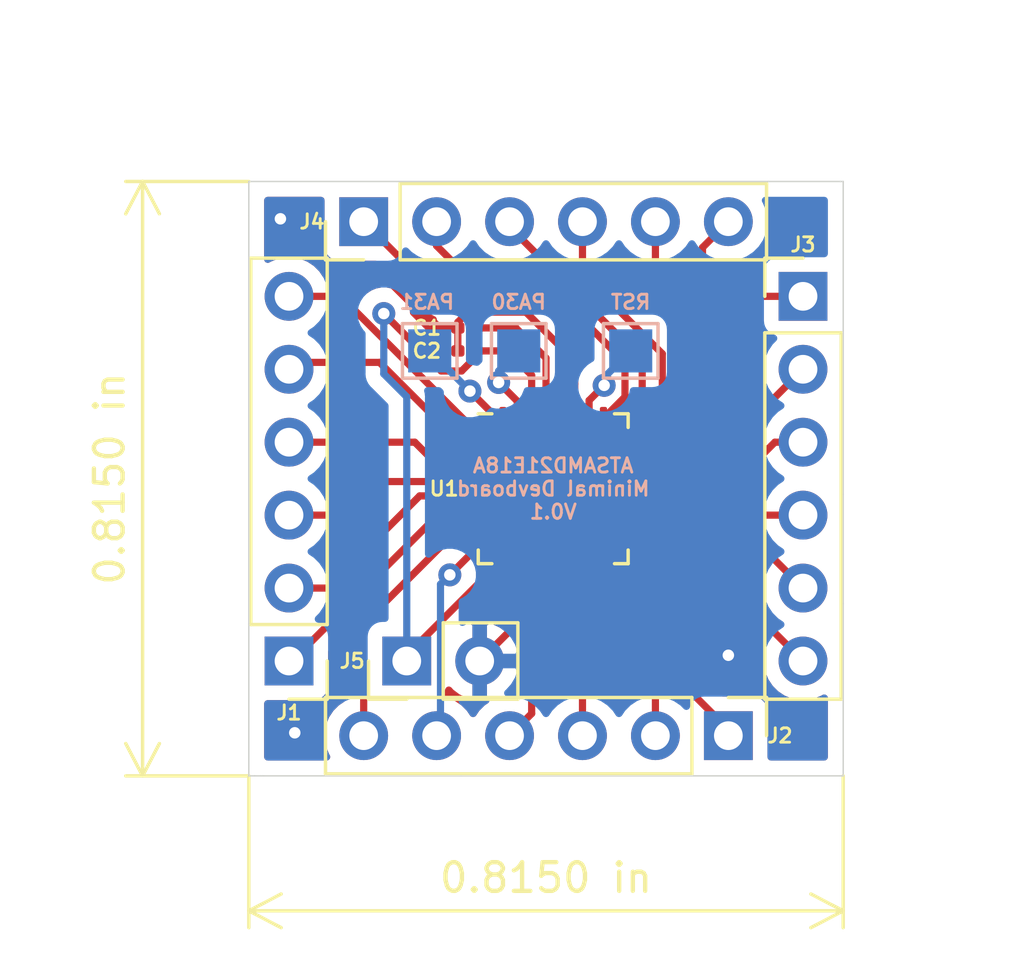
<source format=kicad_pcb>
(kicad_pcb (version 20171130) (host pcbnew "(5.1.9)-1")

  (general
    (thickness 1.6)
    (drawings 22)
    (tracks 143)
    (zones 0)
    (modules 11)
    (nets 32)
  )

  (page A4)
  (layers
    (0 F.Cu signal)
    (31 B.Cu signal)
    (32 B.Adhes user)
    (33 F.Adhes user)
    (34 B.Paste user)
    (35 F.Paste user)
    (36 B.SilkS user)
    (37 F.SilkS user)
    (38 B.Mask user)
    (39 F.Mask user)
    (40 Dwgs.User user)
    (41 Cmts.User user)
    (42 Eco1.User user)
    (43 Eco2.User user)
    (44 Edge.Cuts user)
    (45 Margin user)
    (46 B.CrtYd user)
    (47 F.CrtYd user)
    (48 B.Fab user)
    (49 F.Fab user)
  )

  (setup
    (last_trace_width 0.25)
    (trace_clearance 0.2)
    (zone_clearance 0.508)
    (zone_45_only no)
    (trace_min 0.2)
    (via_size 0.8)
    (via_drill 0.4)
    (via_min_size 0.4)
    (via_min_drill 0.3)
    (uvia_size 0.3)
    (uvia_drill 0.1)
    (uvias_allowed no)
    (uvia_min_size 0.2)
    (uvia_min_drill 0.1)
    (edge_width 0.05)
    (segment_width 0.2)
    (pcb_text_width 0.3)
    (pcb_text_size 1.5 1.5)
    (mod_edge_width 0.12)
    (mod_text_size 1 1)
    (mod_text_width 0.15)
    (pad_size 1.524 1.524)
    (pad_drill 0.762)
    (pad_to_mask_clearance 0)
    (aux_axis_origin 0 0)
    (visible_elements FFFFFF7F)
    (pcbplotparams
      (layerselection 0x010fc_ffffffff)
      (usegerberextensions false)
      (usegerberattributes true)
      (usegerberadvancedattributes true)
      (creategerberjobfile true)
      (excludeedgelayer true)
      (linewidth 0.100000)
      (plotframeref false)
      (viasonmask false)
      (mode 1)
      (useauxorigin false)
      (hpglpennumber 1)
      (hpglpenspeed 20)
      (hpglpendiameter 15.000000)
      (psnegative false)
      (psa4output false)
      (plotreference true)
      (plotvalue true)
      (plotinvisibletext false)
      (padsonsilk false)
      (subtractmaskfromsilk false)
      (outputformat 1)
      (mirror false)
      (drillshape 1)
      (scaleselection 1)
      (outputdirectory ""))
  )

  (net 0 "")
  (net 1 "Net-(C1-Pad2)")
  (net 2 GND)
  (net 3 +3V3)
  (net 4 "Net-(J1-Pad6)")
  (net 5 "Net-(J1-Pad5)")
  (net 6 "Net-(J1-Pad4)")
  (net 7 "Net-(J1-Pad3)")
  (net 8 "Net-(J1-Pad2)")
  (net 9 "Net-(J1-Pad1)")
  (net 10 "Net-(J2-Pad6)")
  (net 11 "Net-(J2-Pad5)")
  (net 12 "Net-(J2-Pad4)")
  (net 13 "Net-(J2-Pad3)")
  (net 14 "Net-(J2-Pad2)")
  (net 15 "Net-(J2-Pad1)")
  (net 16 "Net-(J3-Pad6)")
  (net 17 "Net-(J3-Pad5)")
  (net 18 "Net-(J3-Pad4)")
  (net 19 "Net-(J3-Pad3)")
  (net 20 "Net-(J3-Pad2)")
  (net 21 "Net-(J3-Pad1)")
  (net 22 "Net-(J4-Pad6)")
  (net 23 "Net-(J4-Pad5)")
  (net 24 "Net-(J4-Pad4)")
  (net 25 "Net-(J4-Pad3)")
  (net 26 "Net-(J4-Pad2)")
  (net 27 "Net-(J4-Pad1)")
  (net 28 "Net-(TP1-Pad1)")
  (net 29 "Net-(TP2-Pad1)")
  (net 30 "Net-(TP3-Pad1)")
  (net 31 "Net-(U1-Pad33)")

  (net_class Default "This is the default net class."
    (clearance 0.2)
    (trace_width 0.25)
    (via_dia 0.8)
    (via_drill 0.4)
    (uvia_dia 0.3)
    (uvia_drill 0.1)
    (add_net +3V3)
    (add_net GND)
    (add_net "Net-(C1-Pad2)")
    (add_net "Net-(J1-Pad1)")
    (add_net "Net-(J1-Pad2)")
    (add_net "Net-(J1-Pad3)")
    (add_net "Net-(J1-Pad4)")
    (add_net "Net-(J1-Pad5)")
    (add_net "Net-(J1-Pad6)")
    (add_net "Net-(J2-Pad1)")
    (add_net "Net-(J2-Pad2)")
    (add_net "Net-(J2-Pad3)")
    (add_net "Net-(J2-Pad4)")
    (add_net "Net-(J2-Pad5)")
    (add_net "Net-(J2-Pad6)")
    (add_net "Net-(J3-Pad1)")
    (add_net "Net-(J3-Pad2)")
    (add_net "Net-(J3-Pad3)")
    (add_net "Net-(J3-Pad4)")
    (add_net "Net-(J3-Pad5)")
    (add_net "Net-(J3-Pad6)")
    (add_net "Net-(J4-Pad1)")
    (add_net "Net-(J4-Pad2)")
    (add_net "Net-(J4-Pad3)")
    (add_net "Net-(J4-Pad4)")
    (add_net "Net-(J4-Pad5)")
    (add_net "Net-(J4-Pad6)")
    (add_net "Net-(TP1-Pad1)")
    (add_net "Net-(TP2-Pad1)")
    (add_net "Net-(TP3-Pad1)")
    (add_net "Net-(U1-Pad33)")
  )

  (module Connector_PinHeader_2.54mm:PinHeader_1x02_P2.54mm_Vertical (layer F.Cu) (tedit 59FED5CC) (tstamp 607C7399)
    (at 65.4 84.7 90)
    (descr "Through hole straight pin header, 1x02, 2.54mm pitch, single row")
    (tags "Through hole pin header THT 1x02 2.54mm single row")
    (path /608030E0)
    (fp_text reference J5 (at 0 -1.9 180) (layer F.SilkS)
      (effects (font (size 0.5 0.5) (thickness 0.1)))
    )
    (fp_text value Conn_01x02_Female (at 0 4.87 90) (layer F.Fab)
      (effects (font (size 1 1) (thickness 0.15)))
    )
    (fp_text user %R (at 0 1.27) (layer F.Fab)
      (effects (font (size 1 1) (thickness 0.15)))
    )
    (fp_line (start -0.635 -1.27) (end 1.27 -1.27) (layer F.Fab) (width 0.1))
    (fp_line (start 1.27 -1.27) (end 1.27 3.81) (layer F.Fab) (width 0.1))
    (fp_line (start 1.27 3.81) (end -1.27 3.81) (layer F.Fab) (width 0.1))
    (fp_line (start -1.27 3.81) (end -1.27 -0.635) (layer F.Fab) (width 0.1))
    (fp_line (start -1.27 -0.635) (end -0.635 -1.27) (layer F.Fab) (width 0.1))
    (fp_line (start -1.33 3.87) (end 1.33 3.87) (layer F.SilkS) (width 0.12))
    (fp_line (start -1.33 1.27) (end -1.33 3.87) (layer F.SilkS) (width 0.12))
    (fp_line (start 1.33 1.27) (end 1.33 3.87) (layer F.SilkS) (width 0.12))
    (fp_line (start -1.33 1.27) (end 1.33 1.27) (layer F.SilkS) (width 0.12))
    (fp_line (start -1.33 0) (end -1.33 -1.33) (layer F.SilkS) (width 0.12))
    (fp_line (start -1.33 -1.33) (end 0 -1.33) (layer F.SilkS) (width 0.12))
    (fp_line (start -1.8 -1.8) (end -1.8 4.35) (layer F.CrtYd) (width 0.05))
    (fp_line (start -1.8 4.35) (end 1.8 4.35) (layer F.CrtYd) (width 0.05))
    (fp_line (start 1.8 4.35) (end 1.8 -1.8) (layer F.CrtYd) (width 0.05))
    (fp_line (start 1.8 -1.8) (end -1.8 -1.8) (layer F.CrtYd) (width 0.05))
    (pad 2 thru_hole oval (at 0 2.54 90) (size 1.7 1.7) (drill 1) (layers *.Cu *.Mask)
      (net 2 GND))
    (pad 1 thru_hole rect (at 0 0 90) (size 1.7 1.7) (drill 1) (layers *.Cu *.Mask)
      (net 3 +3V3))
    (model ${KISYS3DMOD}/Connector_PinHeader_2.54mm.3dshapes/PinHeader_1x02_P2.54mm_Vertical.wrl
      (at (xyz 0 0 0))
      (scale (xyz 1 1 1))
      (rotate (xyz 0 0 0))
    )
  )

  (module Package_DFN_QFN:QFN-32-1EP_5x5mm_P0.5mm_EP3.6x3.6mm (layer F.Cu) (tedit 5DC5F6A4) (tstamp 607C7402)
    (at 70.5 78.7)
    (descr "QFN, 32 Pin (http://infocenter.nordicsemi.com/pdf/nRF52810_PS_v1.1.pdf#page=468), generated with kicad-footprint-generator ipc_noLead_generator.py")
    (tags "QFN NoLead")
    (path /607D98A7)
    (attr smd)
    (fp_text reference U1 (at -3.8 0) (layer F.SilkS)
      (effects (font (size 0.5 0.5) (thickness 0.1)))
    )
    (fp_text value ATSAMD21E18A-M (at 0 3.8) (layer F.Fab)
      (effects (font (size 1 1) (thickness 0.15)))
    )
    (fp_text user %R (at 0 0) (layer F.Fab)
      (effects (font (size 1 1) (thickness 0.15)))
    )
    (fp_line (start 2.135 -2.61) (end 2.61 -2.61) (layer F.SilkS) (width 0.12))
    (fp_line (start 2.61 -2.61) (end 2.61 -2.135) (layer F.SilkS) (width 0.12))
    (fp_line (start -2.135 2.61) (end -2.61 2.61) (layer F.SilkS) (width 0.12))
    (fp_line (start -2.61 2.61) (end -2.61 2.135) (layer F.SilkS) (width 0.12))
    (fp_line (start 2.135 2.61) (end 2.61 2.61) (layer F.SilkS) (width 0.12))
    (fp_line (start 2.61 2.61) (end 2.61 2.135) (layer F.SilkS) (width 0.12))
    (fp_line (start -2.135 -2.61) (end -2.61 -2.61) (layer F.SilkS) (width 0.12))
    (fp_line (start -1.5 -2.5) (end 2.5 -2.5) (layer F.Fab) (width 0.1))
    (fp_line (start 2.5 -2.5) (end 2.5 2.5) (layer F.Fab) (width 0.1))
    (fp_line (start 2.5 2.5) (end -2.5 2.5) (layer F.Fab) (width 0.1))
    (fp_line (start -2.5 2.5) (end -2.5 -1.5) (layer F.Fab) (width 0.1))
    (fp_line (start -2.5 -1.5) (end -1.5 -2.5) (layer F.Fab) (width 0.1))
    (fp_line (start -3.1 -3.1) (end -3.1 3.1) (layer F.CrtYd) (width 0.05))
    (fp_line (start -3.1 3.1) (end 3.1 3.1) (layer F.CrtYd) (width 0.05))
    (fp_line (start 3.1 3.1) (end 3.1 -3.1) (layer F.CrtYd) (width 0.05))
    (fp_line (start 3.1 -3.1) (end -3.1 -3.1) (layer F.CrtYd) (width 0.05))
    (pad "" smd roundrect (at 1.2 1.2) (size 0.97 0.97) (layers F.Paste) (roundrect_rratio 0.25))
    (pad "" smd roundrect (at 1.2 0) (size 0.97 0.97) (layers F.Paste) (roundrect_rratio 0.25))
    (pad "" smd roundrect (at 1.2 -1.2) (size 0.97 0.97) (layers F.Paste) (roundrect_rratio 0.25))
    (pad "" smd roundrect (at 0 1.2) (size 0.97 0.97) (layers F.Paste) (roundrect_rratio 0.25))
    (pad "" smd roundrect (at 0 0) (size 0.97 0.97) (layers F.Paste) (roundrect_rratio 0.25))
    (pad "" smd roundrect (at 0 -1.2) (size 0.97 0.97) (layers F.Paste) (roundrect_rratio 0.25))
    (pad "" smd roundrect (at -1.2 1.2) (size 0.97 0.97) (layers F.Paste) (roundrect_rratio 0.25))
    (pad "" smd roundrect (at -1.2 0) (size 0.97 0.97) (layers F.Paste) (roundrect_rratio 0.25))
    (pad "" smd roundrect (at -1.2 -1.2) (size 0.97 0.97) (layers F.Paste) (roundrect_rratio 0.25))
    (pad 33 smd rect (at 0 0) (size 3.6 3.6) (layers F.Cu F.Mask)
      (net 31 "Net-(U1-Pad33)"))
    (pad 32 smd roundrect (at -1.75 -2.45) (size 0.25 0.8) (layers F.Cu F.Paste F.Mask) (roundrect_rratio 0.25)
      (net 29 "Net-(TP2-Pad1)"))
    (pad 31 smd roundrect (at -1.25 -2.45) (size 0.25 0.8) (layers F.Cu F.Paste F.Mask) (roundrect_rratio 0.25)
      (net 28 "Net-(TP1-Pad1)"))
    (pad 30 smd roundrect (at -0.75 -2.45) (size 0.25 0.8) (layers F.Cu F.Paste F.Mask) (roundrect_rratio 0.25)
      (net 3 +3V3))
    (pad 29 smd roundrect (at -0.25 -2.45) (size 0.25 0.8) (layers F.Cu F.Paste F.Mask) (roundrect_rratio 0.25)
      (net 1 "Net-(C1-Pad2)"))
    (pad 28 smd roundrect (at 0.25 -2.45) (size 0.25 0.8) (layers F.Cu F.Paste F.Mask) (roundrect_rratio 0.25)
      (net 2 GND))
    (pad 27 smd roundrect (at 0.75 -2.45) (size 0.25 0.8) (layers F.Cu F.Paste F.Mask) (roundrect_rratio 0.25)
      (net 27 "Net-(J4-Pad1)"))
    (pad 26 smd roundrect (at 1.25 -2.45) (size 0.25 0.8) (layers F.Cu F.Paste F.Mask) (roundrect_rratio 0.25)
      (net 30 "Net-(TP3-Pad1)"))
    (pad 25 smd roundrect (at 1.75 -2.45) (size 0.25 0.8) (layers F.Cu F.Paste F.Mask) (roundrect_rratio 0.25)
      (net 26 "Net-(J4-Pad2)"))
    (pad 24 smd roundrect (at 2.45 -1.75) (size 0.8 0.25) (layers F.Cu F.Paste F.Mask) (roundrect_rratio 0.25)
      (net 25 "Net-(J4-Pad3)"))
    (pad 23 smd roundrect (at 2.45 -1.25) (size 0.8 0.25) (layers F.Cu F.Paste F.Mask) (roundrect_rratio 0.25)
      (net 24 "Net-(J4-Pad4)"))
    (pad 22 smd roundrect (at 2.45 -0.75) (size 0.8 0.25) (layers F.Cu F.Paste F.Mask) (roundrect_rratio 0.25)
      (net 23 "Net-(J4-Pad5)"))
    (pad 21 smd roundrect (at 2.45 -0.25) (size 0.8 0.25) (layers F.Cu F.Paste F.Mask) (roundrect_rratio 0.25)
      (net 22 "Net-(J4-Pad6)"))
    (pad 20 smd roundrect (at 2.45 0.25) (size 0.8 0.25) (layers F.Cu F.Paste F.Mask) (roundrect_rratio 0.25)
      (net 21 "Net-(J3-Pad1)"))
    (pad 19 smd roundrect (at 2.45 0.75) (size 0.8 0.25) (layers F.Cu F.Paste F.Mask) (roundrect_rratio 0.25)
      (net 20 "Net-(J3-Pad2)"))
    (pad 18 smd roundrect (at 2.45 1.25) (size 0.8 0.25) (layers F.Cu F.Paste F.Mask) (roundrect_rratio 0.25)
      (net 19 "Net-(J3-Pad3)"))
    (pad 17 smd roundrect (at 2.45 1.75) (size 0.8 0.25) (layers F.Cu F.Paste F.Mask) (roundrect_rratio 0.25)
      (net 18 "Net-(J3-Pad4)"))
    (pad 16 smd roundrect (at 1.75 2.45) (size 0.25 0.8) (layers F.Cu F.Paste F.Mask) (roundrect_rratio 0.25)
      (net 17 "Net-(J3-Pad5)"))
    (pad 15 smd roundrect (at 1.25 2.45) (size 0.25 0.8) (layers F.Cu F.Paste F.Mask) (roundrect_rratio 0.25)
      (net 16 "Net-(J3-Pad6)"))
    (pad 14 smd roundrect (at 0.75 2.45) (size 0.25 0.8) (layers F.Cu F.Paste F.Mask) (roundrect_rratio 0.25)
      (net 15 "Net-(J2-Pad1)"))
    (pad 13 smd roundrect (at 0.25 2.45) (size 0.25 0.8) (layers F.Cu F.Paste F.Mask) (roundrect_rratio 0.25)
      (net 14 "Net-(J2-Pad2)"))
    (pad 12 smd roundrect (at -0.25 2.45) (size 0.25 0.8) (layers F.Cu F.Paste F.Mask) (roundrect_rratio 0.25)
      (net 13 "Net-(J2-Pad3)"))
    (pad 11 smd roundrect (at -0.75 2.45) (size 0.25 0.8) (layers F.Cu F.Paste F.Mask) (roundrect_rratio 0.25)
      (net 12 "Net-(J2-Pad4)"))
    (pad 10 smd roundrect (at -1.25 2.45) (size 0.25 0.8) (layers F.Cu F.Paste F.Mask) (roundrect_rratio 0.25)
      (net 2 GND))
    (pad 9 smd roundrect (at -1.75 2.45) (size 0.25 0.8) (layers F.Cu F.Paste F.Mask) (roundrect_rratio 0.25)
      (net 3 +3V3))
    (pad 8 smd roundrect (at -2.45 1.75) (size 0.8 0.25) (layers F.Cu F.Paste F.Mask) (roundrect_rratio 0.25)
      (net 11 "Net-(J2-Pad5)"))
    (pad 7 smd roundrect (at -2.45 1.25) (size 0.8 0.25) (layers F.Cu F.Paste F.Mask) (roundrect_rratio 0.25)
      (net 10 "Net-(J2-Pad6)"))
    (pad 6 smd roundrect (at -2.45 0.75) (size 0.8 0.25) (layers F.Cu F.Paste F.Mask) (roundrect_rratio 0.25)
      (net 9 "Net-(J1-Pad1)"))
    (pad 5 smd roundrect (at -2.45 0.25) (size 0.8 0.25) (layers F.Cu F.Paste F.Mask) (roundrect_rratio 0.25)
      (net 8 "Net-(J1-Pad2)"))
    (pad 4 smd roundrect (at -2.45 -0.25) (size 0.8 0.25) (layers F.Cu F.Paste F.Mask) (roundrect_rratio 0.25)
      (net 7 "Net-(J1-Pad3)"))
    (pad 3 smd roundrect (at -2.45 -0.75) (size 0.8 0.25) (layers F.Cu F.Paste F.Mask) (roundrect_rratio 0.25)
      (net 6 "Net-(J1-Pad4)"))
    (pad 2 smd roundrect (at -2.45 -1.25) (size 0.8 0.25) (layers F.Cu F.Paste F.Mask) (roundrect_rratio 0.25)
      (net 5 "Net-(J1-Pad5)"))
    (pad 1 smd roundrect (at -2.45 -1.75) (size 0.8 0.25) (layers F.Cu F.Paste F.Mask) (roundrect_rratio 0.25)
      (net 4 "Net-(J1-Pad6)"))
    (model ${KISYS3DMOD}/Package_DFN_QFN.3dshapes/QFN-32-1EP_5x5mm_P0.5mm_EP3.6x3.6mm.wrl
      (at (xyz 0 0 0))
      (scale (xyz 1 1 1))
      (rotate (xyz 0 0 0))
    )
  )

  (module TestPoint:TestPoint_Pad_1.5x1.5mm (layer B.Cu) (tedit 5A0F774F) (tstamp 607C73C3)
    (at 73.2 73.9)
    (descr "SMD rectangular pad as test Point, square 1.5mm side length")
    (tags "test point SMD pad rectangle square")
    (path /607E3501)
    (attr virtual)
    (fp_text reference RST (at 0 -1.7) (layer B.SilkS)
      (effects (font (size 0.5 0.5) (thickness 0.1)) (justify mirror))
    )
    (fp_text value TestPoint (at 0 -1.75) (layer B.Fab)
      (effects (font (size 1 1) (thickness 0.15)) (justify mirror))
    )
    (fp_text user %R (at 0 1.65) (layer B.Fab)
      (effects (font (size 1 1) (thickness 0.15)) (justify mirror))
    )
    (fp_line (start -0.95 0.95) (end 0.95 0.95) (layer B.SilkS) (width 0.12))
    (fp_line (start 0.95 0.95) (end 0.95 -0.95) (layer B.SilkS) (width 0.12))
    (fp_line (start 0.95 -0.95) (end -0.95 -0.95) (layer B.SilkS) (width 0.12))
    (fp_line (start -0.95 -0.95) (end -0.95 0.95) (layer B.SilkS) (width 0.12))
    (fp_line (start -1.25 1.25) (end 1.25 1.25) (layer B.CrtYd) (width 0.05))
    (fp_line (start -1.25 1.25) (end -1.25 -1.25) (layer B.CrtYd) (width 0.05))
    (fp_line (start 1.25 -1.25) (end 1.25 1.25) (layer B.CrtYd) (width 0.05))
    (fp_line (start 1.25 -1.25) (end -1.25 -1.25) (layer B.CrtYd) (width 0.05))
    (pad 1 smd rect (at 0 0) (size 1.5 1.5) (layers B.Cu B.Mask)
      (net 30 "Net-(TP3-Pad1)"))
  )

  (module TestPoint:TestPoint_Pad_1.5x1.5mm (layer B.Cu) (tedit 5A0F774F) (tstamp 607C73B5)
    (at 66.2 73.9)
    (descr "SMD rectangular pad as test Point, square 1.5mm side length")
    (tags "test point SMD pad rectangle square")
    (path /607E50B2)
    (attr virtual)
    (fp_text reference PA31 (at -0.1 -1.7) (layer B.SilkS)
      (effects (font (size 0.5 0.5) (thickness 0.1)) (justify mirror))
    )
    (fp_text value TestPoint (at 0 -1.75) (layer B.Fab)
      (effects (font (size 1 1) (thickness 0.15)) (justify mirror))
    )
    (fp_text user %R (at 0 1.65) (layer B.Fab)
      (effects (font (size 1 1) (thickness 0.15)) (justify mirror))
    )
    (fp_line (start -0.95 0.95) (end 0.95 0.95) (layer B.SilkS) (width 0.12))
    (fp_line (start 0.95 0.95) (end 0.95 -0.95) (layer B.SilkS) (width 0.12))
    (fp_line (start 0.95 -0.95) (end -0.95 -0.95) (layer B.SilkS) (width 0.12))
    (fp_line (start -0.95 -0.95) (end -0.95 0.95) (layer B.SilkS) (width 0.12))
    (fp_line (start -1.25 1.25) (end 1.25 1.25) (layer B.CrtYd) (width 0.05))
    (fp_line (start -1.25 1.25) (end -1.25 -1.25) (layer B.CrtYd) (width 0.05))
    (fp_line (start 1.25 -1.25) (end 1.25 1.25) (layer B.CrtYd) (width 0.05))
    (fp_line (start 1.25 -1.25) (end -1.25 -1.25) (layer B.CrtYd) (width 0.05))
    (pad 1 smd rect (at 0 0) (size 1.5 1.5) (layers B.Cu B.Mask)
      (net 29 "Net-(TP2-Pad1)"))
  )

  (module TestPoint:TestPoint_Pad_1.5x1.5mm (layer B.Cu) (tedit 5A0F774F) (tstamp 607C73A7)
    (at 69.3 73.9)
    (descr "SMD rectangular pad as test Point, square 1.5mm side length")
    (tags "test point SMD pad rectangle square")
    (path /607E51FB)
    (attr virtual)
    (fp_text reference PA30 (at 0 -1.7) (layer B.SilkS)
      (effects (font (size 0.5 0.5) (thickness 0.1)) (justify mirror))
    )
    (fp_text value TestPoint (at 0 -1.75) (layer B.Fab)
      (effects (font (size 1 1) (thickness 0.15)) (justify mirror))
    )
    (fp_text user %R (at 0 1.65) (layer B.Fab)
      (effects (font (size 1 1) (thickness 0.15)) (justify mirror))
    )
    (fp_line (start -0.95 0.95) (end 0.95 0.95) (layer B.SilkS) (width 0.12))
    (fp_line (start 0.95 0.95) (end 0.95 -0.95) (layer B.SilkS) (width 0.12))
    (fp_line (start 0.95 -0.95) (end -0.95 -0.95) (layer B.SilkS) (width 0.12))
    (fp_line (start -0.95 -0.95) (end -0.95 0.95) (layer B.SilkS) (width 0.12))
    (fp_line (start -1.25 1.25) (end 1.25 1.25) (layer B.CrtYd) (width 0.05))
    (fp_line (start -1.25 1.25) (end -1.25 -1.25) (layer B.CrtYd) (width 0.05))
    (fp_line (start 1.25 -1.25) (end 1.25 1.25) (layer B.CrtYd) (width 0.05))
    (fp_line (start 1.25 -1.25) (end -1.25 -1.25) (layer B.CrtYd) (width 0.05))
    (pad 1 smd rect (at 0 0) (size 1.5 1.5) (layers B.Cu B.Mask)
      (net 28 "Net-(TP1-Pad1)"))
  )

  (module Connector_PinHeader_2.54mm:PinHeader_1x06_P2.54mm_Vertical (layer F.Cu) (tedit 59FED5CC) (tstamp 607C7383)
    (at 63.9 69.4 90)
    (descr "Through hole straight pin header, 1x06, 2.54mm pitch, single row")
    (tags "Through hole pin header THT 1x06 2.54mm single row")
    (path /607E9C34)
    (fp_text reference J4 (at 0 -1.8 180) (layer F.SilkS)
      (effects (font (size 0.5 0.5) (thickness 0.1)))
    )
    (fp_text value Conn_01x06_Female (at 0 15.03 90) (layer F.Fab)
      (effects (font (size 1 1) (thickness 0.15)))
    )
    (fp_text user %R (at 0 6.35) (layer F.Fab)
      (effects (font (size 1 1) (thickness 0.15)))
    )
    (fp_line (start -0.635 -1.27) (end 1.27 -1.27) (layer F.Fab) (width 0.1))
    (fp_line (start 1.27 -1.27) (end 1.27 13.97) (layer F.Fab) (width 0.1))
    (fp_line (start 1.27 13.97) (end -1.27 13.97) (layer F.Fab) (width 0.1))
    (fp_line (start -1.27 13.97) (end -1.27 -0.635) (layer F.Fab) (width 0.1))
    (fp_line (start -1.27 -0.635) (end -0.635 -1.27) (layer F.Fab) (width 0.1))
    (fp_line (start -1.33 14.03) (end 1.33 14.03) (layer F.SilkS) (width 0.12))
    (fp_line (start -1.33 1.27) (end -1.33 14.03) (layer F.SilkS) (width 0.12))
    (fp_line (start 1.33 1.27) (end 1.33 14.03) (layer F.SilkS) (width 0.12))
    (fp_line (start -1.33 1.27) (end 1.33 1.27) (layer F.SilkS) (width 0.12))
    (fp_line (start -1.33 0) (end -1.33 -1.33) (layer F.SilkS) (width 0.12))
    (fp_line (start -1.33 -1.33) (end 0 -1.33) (layer F.SilkS) (width 0.12))
    (fp_line (start -1.8 -1.8) (end -1.8 14.5) (layer F.CrtYd) (width 0.05))
    (fp_line (start -1.8 14.5) (end 1.8 14.5) (layer F.CrtYd) (width 0.05))
    (fp_line (start 1.8 14.5) (end 1.8 -1.8) (layer F.CrtYd) (width 0.05))
    (fp_line (start 1.8 -1.8) (end -1.8 -1.8) (layer F.CrtYd) (width 0.05))
    (pad 6 thru_hole oval (at 0 12.7 90) (size 1.7 1.7) (drill 1) (layers *.Cu *.Mask)
      (net 22 "Net-(J4-Pad6)"))
    (pad 5 thru_hole oval (at 0 10.16 90) (size 1.7 1.7) (drill 1) (layers *.Cu *.Mask)
      (net 23 "Net-(J4-Pad5)"))
    (pad 4 thru_hole oval (at 0 7.62 90) (size 1.7 1.7) (drill 1) (layers *.Cu *.Mask)
      (net 24 "Net-(J4-Pad4)"))
    (pad 3 thru_hole oval (at 0 5.08 90) (size 1.7 1.7) (drill 1) (layers *.Cu *.Mask)
      (net 25 "Net-(J4-Pad3)"))
    (pad 2 thru_hole oval (at 0 2.54 90) (size 1.7 1.7) (drill 1) (layers *.Cu *.Mask)
      (net 26 "Net-(J4-Pad2)"))
    (pad 1 thru_hole rect (at 0 0 90) (size 1.7 1.7) (drill 1) (layers *.Cu *.Mask)
      (net 27 "Net-(J4-Pad1)"))
    (model ${KISYS3DMOD}/Connector_PinHeader_2.54mm.3dshapes/PinHeader_1x06_P2.54mm_Vertical.wrl
      (at (xyz 0 0 0))
      (scale (xyz 1 1 1))
      (rotate (xyz 0 0 0))
    )
  )

  (module Connector_PinHeader_2.54mm:PinHeader_1x06_P2.54mm_Vertical (layer F.Cu) (tedit 59FED5CC) (tstamp 607C7369)
    (at 79.2 72)
    (descr "Through hole straight pin header, 1x06, 2.54mm pitch, single row")
    (tags "Through hole pin header THT 1x06 2.54mm single row")
    (path /607EC548)
    (fp_text reference J3 (at 0 -1.8) (layer F.SilkS)
      (effects (font (size 0.5 0.5) (thickness 0.1)))
    )
    (fp_text value Conn_01x06_Female (at 0 15.03) (layer F.Fab)
      (effects (font (size 1 1) (thickness 0.15)))
    )
    (fp_text user %R (at 0 6.35 90) (layer F.Fab)
      (effects (font (size 1 1) (thickness 0.15)))
    )
    (fp_line (start -0.635 -1.27) (end 1.27 -1.27) (layer F.Fab) (width 0.1))
    (fp_line (start 1.27 -1.27) (end 1.27 13.97) (layer F.Fab) (width 0.1))
    (fp_line (start 1.27 13.97) (end -1.27 13.97) (layer F.Fab) (width 0.1))
    (fp_line (start -1.27 13.97) (end -1.27 -0.635) (layer F.Fab) (width 0.1))
    (fp_line (start -1.27 -0.635) (end -0.635 -1.27) (layer F.Fab) (width 0.1))
    (fp_line (start -1.33 14.03) (end 1.33 14.03) (layer F.SilkS) (width 0.12))
    (fp_line (start -1.33 1.27) (end -1.33 14.03) (layer F.SilkS) (width 0.12))
    (fp_line (start 1.33 1.27) (end 1.33 14.03) (layer F.SilkS) (width 0.12))
    (fp_line (start -1.33 1.27) (end 1.33 1.27) (layer F.SilkS) (width 0.12))
    (fp_line (start -1.33 0) (end -1.33 -1.33) (layer F.SilkS) (width 0.12))
    (fp_line (start -1.33 -1.33) (end 0 -1.33) (layer F.SilkS) (width 0.12))
    (fp_line (start -1.8 -1.8) (end -1.8 14.5) (layer F.CrtYd) (width 0.05))
    (fp_line (start -1.8 14.5) (end 1.8 14.5) (layer F.CrtYd) (width 0.05))
    (fp_line (start 1.8 14.5) (end 1.8 -1.8) (layer F.CrtYd) (width 0.05))
    (fp_line (start 1.8 -1.8) (end -1.8 -1.8) (layer F.CrtYd) (width 0.05))
    (pad 6 thru_hole oval (at 0 12.7) (size 1.7 1.7) (drill 1) (layers *.Cu *.Mask)
      (net 16 "Net-(J3-Pad6)"))
    (pad 5 thru_hole oval (at 0 10.16) (size 1.7 1.7) (drill 1) (layers *.Cu *.Mask)
      (net 17 "Net-(J3-Pad5)"))
    (pad 4 thru_hole oval (at 0 7.62) (size 1.7 1.7) (drill 1) (layers *.Cu *.Mask)
      (net 18 "Net-(J3-Pad4)"))
    (pad 3 thru_hole oval (at 0 5.08) (size 1.7 1.7) (drill 1) (layers *.Cu *.Mask)
      (net 19 "Net-(J3-Pad3)"))
    (pad 2 thru_hole oval (at 0 2.54) (size 1.7 1.7) (drill 1) (layers *.Cu *.Mask)
      (net 20 "Net-(J3-Pad2)"))
    (pad 1 thru_hole rect (at 0 0) (size 1.7 1.7) (drill 1) (layers *.Cu *.Mask)
      (net 21 "Net-(J3-Pad1)"))
    (model ${KISYS3DMOD}/Connector_PinHeader_2.54mm.3dshapes/PinHeader_1x06_P2.54mm_Vertical.wrl
      (at (xyz 0 0 0))
      (scale (xyz 1 1 1))
      (rotate (xyz 0 0 0))
    )
  )

  (module Connector_PinHeader_2.54mm:PinHeader_1x06_P2.54mm_Vertical (layer F.Cu) (tedit 59FED5CC) (tstamp 607C734F)
    (at 76.6 87.3 270)
    (descr "Through hole straight pin header, 1x06, 2.54mm pitch, single row")
    (tags "Through hole pin header THT 1x06 2.54mm single row")
    (path /607EE9D0)
    (fp_text reference J2 (at 0 -1.8 180) (layer F.SilkS)
      (effects (font (size 0.5 0.5) (thickness 0.1)))
    )
    (fp_text value Conn_01x06_Female (at 0 15.03 90) (layer F.Fab)
      (effects (font (size 1 1) (thickness 0.15)))
    )
    (fp_text user %R (at 0 6.35) (layer F.Fab)
      (effects (font (size 1 1) (thickness 0.15)))
    )
    (fp_line (start -0.635 -1.27) (end 1.27 -1.27) (layer F.Fab) (width 0.1))
    (fp_line (start 1.27 -1.27) (end 1.27 13.97) (layer F.Fab) (width 0.1))
    (fp_line (start 1.27 13.97) (end -1.27 13.97) (layer F.Fab) (width 0.1))
    (fp_line (start -1.27 13.97) (end -1.27 -0.635) (layer F.Fab) (width 0.1))
    (fp_line (start -1.27 -0.635) (end -0.635 -1.27) (layer F.Fab) (width 0.1))
    (fp_line (start -1.33 14.03) (end 1.33 14.03) (layer F.SilkS) (width 0.12))
    (fp_line (start -1.33 1.27) (end -1.33 14.03) (layer F.SilkS) (width 0.12))
    (fp_line (start 1.33 1.27) (end 1.33 14.03) (layer F.SilkS) (width 0.12))
    (fp_line (start -1.33 1.27) (end 1.33 1.27) (layer F.SilkS) (width 0.12))
    (fp_line (start -1.33 0) (end -1.33 -1.33) (layer F.SilkS) (width 0.12))
    (fp_line (start -1.33 -1.33) (end 0 -1.33) (layer F.SilkS) (width 0.12))
    (fp_line (start -1.8 -1.8) (end -1.8 14.5) (layer F.CrtYd) (width 0.05))
    (fp_line (start -1.8 14.5) (end 1.8 14.5) (layer F.CrtYd) (width 0.05))
    (fp_line (start 1.8 14.5) (end 1.8 -1.8) (layer F.CrtYd) (width 0.05))
    (fp_line (start 1.8 -1.8) (end -1.8 -1.8) (layer F.CrtYd) (width 0.05))
    (pad 6 thru_hole oval (at 0 12.7 270) (size 1.7 1.7) (drill 1) (layers *.Cu *.Mask)
      (net 10 "Net-(J2-Pad6)"))
    (pad 5 thru_hole oval (at 0 10.16 270) (size 1.7 1.7) (drill 1) (layers *.Cu *.Mask)
      (net 11 "Net-(J2-Pad5)"))
    (pad 4 thru_hole oval (at 0 7.62 270) (size 1.7 1.7) (drill 1) (layers *.Cu *.Mask)
      (net 12 "Net-(J2-Pad4)"))
    (pad 3 thru_hole oval (at 0 5.08 270) (size 1.7 1.7) (drill 1) (layers *.Cu *.Mask)
      (net 13 "Net-(J2-Pad3)"))
    (pad 2 thru_hole oval (at 0 2.54 270) (size 1.7 1.7) (drill 1) (layers *.Cu *.Mask)
      (net 14 "Net-(J2-Pad2)"))
    (pad 1 thru_hole rect (at 0 0 270) (size 1.7 1.7) (drill 1) (layers *.Cu *.Mask)
      (net 15 "Net-(J2-Pad1)"))
    (model ${KISYS3DMOD}/Connector_PinHeader_2.54mm.3dshapes/PinHeader_1x06_P2.54mm_Vertical.wrl
      (at (xyz 0 0 0))
      (scale (xyz 1 1 1))
      (rotate (xyz 0 0 0))
    )
  )

  (module Connector_PinHeader_2.54mm:PinHeader_1x06_P2.54mm_Vertical (layer F.Cu) (tedit 59FED5CC) (tstamp 607C7335)
    (at 61.3 84.7 180)
    (descr "Through hole straight pin header, 1x06, 2.54mm pitch, single row")
    (tags "Through hole pin header THT 1x06 2.54mm single row")
    (path /607EE9D6)
    (fp_text reference J1 (at 0 -1.8) (layer F.SilkS)
      (effects (font (size 0.5 0.5) (thickness 0.1)))
    )
    (fp_text value Conn_01x06_Female (at 0 15.03) (layer F.Fab)
      (effects (font (size 1 1) (thickness 0.15)))
    )
    (fp_text user %R (at 0 6.35 90) (layer F.Fab)
      (effects (font (size 1 1) (thickness 0.15)))
    )
    (fp_line (start -0.635 -1.27) (end 1.27 -1.27) (layer F.Fab) (width 0.1))
    (fp_line (start 1.27 -1.27) (end 1.27 13.97) (layer F.Fab) (width 0.1))
    (fp_line (start 1.27 13.97) (end -1.27 13.97) (layer F.Fab) (width 0.1))
    (fp_line (start -1.27 13.97) (end -1.27 -0.635) (layer F.Fab) (width 0.1))
    (fp_line (start -1.27 -0.635) (end -0.635 -1.27) (layer F.Fab) (width 0.1))
    (fp_line (start -1.33 14.03) (end 1.33 14.03) (layer F.SilkS) (width 0.12))
    (fp_line (start -1.33 1.27) (end -1.33 14.03) (layer F.SilkS) (width 0.12))
    (fp_line (start 1.33 1.27) (end 1.33 14.03) (layer F.SilkS) (width 0.12))
    (fp_line (start -1.33 1.27) (end 1.33 1.27) (layer F.SilkS) (width 0.12))
    (fp_line (start -1.33 0) (end -1.33 -1.33) (layer F.SilkS) (width 0.12))
    (fp_line (start -1.33 -1.33) (end 0 -1.33) (layer F.SilkS) (width 0.12))
    (fp_line (start -1.8 -1.8) (end -1.8 14.5) (layer F.CrtYd) (width 0.05))
    (fp_line (start -1.8 14.5) (end 1.8 14.5) (layer F.CrtYd) (width 0.05))
    (fp_line (start 1.8 14.5) (end 1.8 -1.8) (layer F.CrtYd) (width 0.05))
    (fp_line (start 1.8 -1.8) (end -1.8 -1.8) (layer F.CrtYd) (width 0.05))
    (pad 6 thru_hole oval (at 0 12.7 180) (size 1.7 1.7) (drill 1) (layers *.Cu *.Mask)
      (net 4 "Net-(J1-Pad6)"))
    (pad 5 thru_hole oval (at 0 10.16 180) (size 1.7 1.7) (drill 1) (layers *.Cu *.Mask)
      (net 5 "Net-(J1-Pad5)"))
    (pad 4 thru_hole oval (at 0 7.62 180) (size 1.7 1.7) (drill 1) (layers *.Cu *.Mask)
      (net 6 "Net-(J1-Pad4)"))
    (pad 3 thru_hole oval (at 0 5.08 180) (size 1.7 1.7) (drill 1) (layers *.Cu *.Mask)
      (net 7 "Net-(J1-Pad3)"))
    (pad 2 thru_hole oval (at 0 2.54 180) (size 1.7 1.7) (drill 1) (layers *.Cu *.Mask)
      (net 8 "Net-(J1-Pad2)"))
    (pad 1 thru_hole rect (at 0 0 180) (size 1.7 1.7) (drill 1) (layers *.Cu *.Mask)
      (net 9 "Net-(J1-Pad1)"))
    (model ${KISYS3DMOD}/Connector_PinHeader_2.54mm.3dshapes/PinHeader_1x06_P2.54mm_Vertical.wrl
      (at (xyz 0 0 0))
      (scale (xyz 1 1 1))
      (rotate (xyz 0 0 0))
    )
  )

  (module Capacitor_SMD:C_0201_0603Metric (layer F.Cu) (tedit 5F68FEEE) (tstamp 607C731B)
    (at 67.5 73.9)
    (descr "Capacitor SMD 0201 (0603 Metric), square (rectangular) end terminal, IPC_7351 nominal, (Body size source: https://www.vishay.com/docs/20052/crcw0201e3.pdf), generated with kicad-footprint-generator")
    (tags capacitor)
    (path /607E1849)
    (attr smd)
    (fp_text reference C2 (at -1.4 0) (layer F.SilkS)
      (effects (font (size 0.5 0.5) (thickness 0.1)))
    )
    (fp_text value 1uF (at 0 1.05) (layer F.Fab)
      (effects (font (size 1 1) (thickness 0.15)))
    )
    (fp_text user %R (at 0 -0.68) (layer F.Fab)
      (effects (font (size 0.25 0.25) (thickness 0.04)))
    )
    (fp_line (start -0.3 0.15) (end -0.3 -0.15) (layer F.Fab) (width 0.1))
    (fp_line (start -0.3 -0.15) (end 0.3 -0.15) (layer F.Fab) (width 0.1))
    (fp_line (start 0.3 -0.15) (end 0.3 0.15) (layer F.Fab) (width 0.1))
    (fp_line (start 0.3 0.15) (end -0.3 0.15) (layer F.Fab) (width 0.1))
    (fp_line (start -0.7 0.35) (end -0.7 -0.35) (layer F.CrtYd) (width 0.05))
    (fp_line (start -0.7 -0.35) (end 0.7 -0.35) (layer F.CrtYd) (width 0.05))
    (fp_line (start 0.7 -0.35) (end 0.7 0.35) (layer F.CrtYd) (width 0.05))
    (fp_line (start 0.7 0.35) (end -0.7 0.35) (layer F.CrtYd) (width 0.05))
    (pad 2 smd roundrect (at 0.32 0) (size 0.46 0.4) (layers F.Cu F.Mask) (roundrect_rratio 0.25)
      (net 3 +3V3))
    (pad 1 smd roundrect (at -0.32 0) (size 0.46 0.4) (layers F.Cu F.Mask) (roundrect_rratio 0.25)
      (net 2 GND))
    (pad "" smd roundrect (at 0.345 0) (size 0.318 0.36) (layers F.Paste) (roundrect_rratio 0.25))
    (pad "" smd roundrect (at -0.345 0) (size 0.318 0.36) (layers F.Paste) (roundrect_rratio 0.25))
    (model ${KISYS3DMOD}/Capacitor_SMD.3dshapes/C_0201_0603Metric.wrl
      (at (xyz 0 0 0))
      (scale (xyz 1 1 1))
      (rotate (xyz 0 0 0))
    )
  )

  (module Capacitor_SMD:C_0201_0603Metric (layer F.Cu) (tedit 5F68FEEE) (tstamp 607C730A)
    (at 67.5 73.1)
    (descr "Capacitor SMD 0201 (0603 Metric), square (rectangular) end terminal, IPC_7351 nominal, (Body size source: https://www.vishay.com/docs/20052/crcw0201e3.pdf), generated with kicad-footprint-generator")
    (tags capacitor)
    (path /607DC81E)
    (attr smd)
    (fp_text reference C1 (at -1.4 0) (layer F.SilkS)
      (effects (font (size 0.5 0.5) (thickness 0.1)))
    )
    (fp_text value 1uF (at 0 1.05) (layer F.Fab)
      (effects (font (size 1 1) (thickness 0.15)))
    )
    (fp_text user %R (at 0 -0.68) (layer F.Fab)
      (effects (font (size 0.25 0.25) (thickness 0.04)))
    )
    (fp_line (start -0.3 0.15) (end -0.3 -0.15) (layer F.Fab) (width 0.1))
    (fp_line (start -0.3 -0.15) (end 0.3 -0.15) (layer F.Fab) (width 0.1))
    (fp_line (start 0.3 -0.15) (end 0.3 0.15) (layer F.Fab) (width 0.1))
    (fp_line (start 0.3 0.15) (end -0.3 0.15) (layer F.Fab) (width 0.1))
    (fp_line (start -0.7 0.35) (end -0.7 -0.35) (layer F.CrtYd) (width 0.05))
    (fp_line (start -0.7 -0.35) (end 0.7 -0.35) (layer F.CrtYd) (width 0.05))
    (fp_line (start 0.7 -0.35) (end 0.7 0.35) (layer F.CrtYd) (width 0.05))
    (fp_line (start 0.7 0.35) (end -0.7 0.35) (layer F.CrtYd) (width 0.05))
    (pad 2 smd roundrect (at 0.32 0) (size 0.46 0.4) (layers F.Cu F.Mask) (roundrect_rratio 0.25)
      (net 1 "Net-(C1-Pad2)"))
    (pad 1 smd roundrect (at -0.32 0) (size 0.46 0.4) (layers F.Cu F.Mask) (roundrect_rratio 0.25)
      (net 2 GND))
    (pad "" smd roundrect (at 0.345 0) (size 0.318 0.36) (layers F.Paste) (roundrect_rratio 0.25))
    (pad "" smd roundrect (at -0.345 0) (size 0.318 0.36) (layers F.Paste) (roundrect_rratio 0.25))
    (model ${KISYS3DMOD}/Capacitor_SMD.3dshapes/C_0201_0603Metric.wrl
      (at (xyz 0 0 0))
      (scale (xyz 1 1 1))
      (rotate (xyz 0 0 0))
    )
  )

  (gr_text "ATSAMD21E18A\nMinimal Devboard\nV0.1" (at 70.5 78.7) (layer B.SilkS)
    (effects (font (size 0.5 0.5) (thickness 0.1)) (justify mirror))
  )
  (dimension 20.7 (width 0.12) (layer F.SilkS)
    (gr_text "20,700 mm" (at 70.25 94.67) (layer F.SilkS)
      (effects (font (size 1 1) (thickness 0.15)))
    )
    (feature1 (pts (xy 59.9 88.7) (xy 59.9 93.986421)))
    (feature2 (pts (xy 80.6 88.7) (xy 80.6 93.986421)))
    (crossbar (pts (xy 80.6 93.4) (xy 59.9 93.4)))
    (arrow1a (pts (xy 59.9 93.4) (xy 61.026504 92.813579)))
    (arrow1b (pts (xy 59.9 93.4) (xy 61.026504 93.986421)))
    (arrow2a (pts (xy 80.6 93.4) (xy 79.473496 92.813579)))
    (arrow2b (pts (xy 80.6 93.4) (xy 79.473496 93.986421)))
  )
  (dimension 20.7 (width 0.12) (layer F.SilkS)
    (gr_text "20,700 mm" (at 54.93 78.35 270) (layer F.SilkS)
      (effects (font (size 1 1) (thickness 0.15)))
    )
    (feature1 (pts (xy 59.9 88.7) (xy 55.613579 88.7)))
    (feature2 (pts (xy 59.9 68) (xy 55.613579 68)))
    (crossbar (pts (xy 56.2 68) (xy 56.2 88.7)))
    (arrow1a (pts (xy 56.2 88.7) (xy 55.613579 87.573496)))
    (arrow1b (pts (xy 56.2 88.7) (xy 56.786421 87.573496)))
    (arrow2a (pts (xy 56.2 68) (xy 55.613579 69.126504)))
    (arrow2b (pts (xy 56.2 68) (xy 56.786421 69.126504)))
  )
  (gr_line (start 59.9 68) (end 78 68) (layer Edge.Cuts) (width 0.05) (tstamp 607C840B))
  (gr_line (start 59.9 69.2) (end 59.9 68) (layer Edge.Cuts) (width 0.05))
  (gr_line (start 59.9 83.4) (end 59.9 69.2) (layer Edge.Cuts) (width 0.05))
  (gr_line (start 59.9 88.7) (end 59.9 83.4) (layer Edge.Cuts) (width 0.05))
  (gr_line (start 60.1 88.7) (end 59.9 88.7) (layer Edge.Cuts) (width 0.05))
  (gr_line (start 60.4 88.7) (end 60.1 88.7) (layer Edge.Cuts) (width 0.05))
  (gr_line (start 62.7 88.7) (end 60.4 88.7) (layer Edge.Cuts) (width 0.05))
  (gr_line (start 67.3 88.7) (end 62.7 88.7) (layer Edge.Cuts) (width 0.05))
  (gr_line (start 75.3 88.7) (end 67.3 88.7) (layer Edge.Cuts) (width 0.05))
  (gr_line (start 80.6 88.7) (end 75.3 88.7) (layer Edge.Cuts) (width 0.05))
  (gr_line (start 80.6 88.6) (end 80.6 88.7) (layer Edge.Cuts) (width 0.05))
  (gr_line (start 80.6 88.2) (end 80.6 88.6) (layer Edge.Cuts) (width 0.05))
  (gr_line (start 80.6 88) (end 80.6 88.2) (layer Edge.Cuts) (width 0.05))
  (gr_line (start 80.6 82.7) (end 80.6 88) (layer Edge.Cuts) (width 0.05))
  (gr_line (start 80.6 78.9) (end 80.6 82.7) (layer Edge.Cuts) (width 0.05))
  (gr_line (start 80.6 73.2) (end 80.6 78.9) (layer Edge.Cuts) (width 0.05))
  (gr_line (start 80.6 68) (end 80.6 73.2) (layer Edge.Cuts) (width 0.05))
  (gr_line (start 80.5 68) (end 80.6 68) (layer Edge.Cuts) (width 0.05))
  (gr_line (start 78 68) (end 80.5 68) (layer Edge.Cuts) (width 0.05))

  (segment (start 70.25 75.25) (end 70.25 76.25) (width 0.25) (layer F.Cu) (net 1))
  (segment (start 70.25 74.15) (end 70.25 75.25) (width 0.25) (layer F.Cu) (net 1))
  (segment (start 69.2 73.1) (end 70.25 74.15) (width 0.25) (layer F.Cu) (net 1))
  (segment (start 67.82 73.1) (end 69.2 73.1) (width 0.25) (layer F.Cu) (net 1))
  (segment (start 69.25 81.15) (end 69.25 82.19) (width 0.25) (layer F.Cu) (net 2))
  (segment (start 69.25 83.39) (end 67.94 84.7) (width 0.25) (layer F.Cu) (net 2))
  (segment (start 69.25 81.15) (end 69.25 83.39) (width 0.25) (layer F.Cu) (net 2))
  (segment (start 67.18 73.9) (end 67.18 73.1) (width 0.25) (layer F.Cu) (net 2))
  (segment (start 66.4 73.1) (end 64.9 71.6) (width 0.25) (layer F.Cu) (net 2))
  (segment (start 67.18 73.1) (end 66.4 73.1) (width 0.25) (layer F.Cu) (net 2))
  (via (at 61 69.3) (size 0.8) (drill 0.4) (layers F.Cu B.Cu) (net 2))
  (segment (start 70.75 75.15) (end 70.75 76.25) (width 0.25) (layer F.Cu) (net 2))
  (segment (start 70.75 73.75) (end 70.75 75.15) (width 0.25) (layer F.Cu) (net 2))
  (segment (start 69.55001 72.55001) (end 70.75 73.75) (width 0.25) (layer F.Cu) (net 2))
  (segment (start 67.52999 72.55001) (end 69.55001 72.55001) (width 0.25) (layer F.Cu) (net 2))
  (segment (start 67.18 72.9) (end 67.52999 72.55001) (width 0.25) (layer F.Cu) (net 2))
  (segment (start 67.18 73.1) (end 67.18 72.9) (width 0.25) (layer F.Cu) (net 2))
  (via (at 76.6 84.5) (size 0.8) (drill 0.4) (layers F.Cu B.Cu) (net 2))
  (via (at 61.5 87.2) (size 0.8) (drill 0.4) (layers F.Cu B.Cu) (net 2))
  (segment (start 65.4 84.5) (end 65.4 84.7) (width 0.25) (layer F.Cu) (net 3))
  (segment (start 68.75 81.15) (end 65.4 84.5) (width 0.25) (layer F.Cu) (net 3))
  (via (at 64.6 72.6) (size 0.8) (drill 0.4) (layers F.Cu B.Cu) (net 3))
  (segment (start 65.4 75.5) (end 65.4 84.7) (width 0.25) (layer B.Cu) (net 3))
  (segment (start 66.6 74.6) (end 64.6 72.6) (width 0.25) (layer F.Cu) (net 3))
  (segment (start 67.311058 74.6) (end 66.6 74.6) (width 0.25) (layer F.Cu) (net 3))
  (segment (start 67.73501 74.176048) (end 67.311058 74.6) (width 0.25) (layer F.Cu) (net 3))
  (segment (start 67.73501 73.96499) (end 67.73501 74.176048) (width 0.25) (layer F.Cu) (net 3))
  (segment (start 67.8 73.9) (end 67.73501 73.96499) (width 0.25) (layer F.Cu) (net 3))
  (segment (start 67.82 73.9) (end 67.8 73.9) (width 0.25) (layer F.Cu) (net 3))
  (segment (start 64.6 74.7) (end 65.4 75.5) (width 0.25) (layer B.Cu) (net 3))
  (segment (start 64.6 72.6) (end 64.6 74.7) (width 0.25) (layer B.Cu) (net 3))
  (segment (start 67.82 73.9) (end 68.9 73.9) (width 0.25) (layer F.Cu) (net 3))
  (segment (start 69.75 74.75) (end 69.75 75.55) (width 0.25) (layer F.Cu) (net 3))
  (segment (start 68.9 73.9) (end 69.75 74.75) (width 0.25) (layer F.Cu) (net 3))
  (segment (start 69.75 76.25) (end 69.75 75.55) (width 0.25) (layer F.Cu) (net 3))
  (segment (start 63.1 72) (end 68.05 76.95) (width 0.25) (layer F.Cu) (net 4))
  (segment (start 61.3 72) (end 63.1 72) (width 0.25) (layer F.Cu) (net 4))
  (segment (start 67.601978 77.45) (end 64.451978 74.3) (width 0.25) (layer F.Cu) (net 5))
  (segment (start 68.05 77.45) (end 67.601978 77.45) (width 0.25) (layer F.Cu) (net 5))
  (segment (start 61.54 74.3) (end 61.3 74.54) (width 0.25) (layer F.Cu) (net 5))
  (segment (start 64.451978 74.3) (end 61.54 74.3) (width 0.25) (layer F.Cu) (net 5))
  (segment (start 68.05 77.95) (end 66.55 77.95) (width 0.25) (layer F.Cu) (net 6))
  (segment (start 65.68 77.08) (end 61.3 77.08) (width 0.25) (layer F.Cu) (net 6))
  (segment (start 66.55 77.95) (end 65.68 77.08) (width 0.25) (layer F.Cu) (net 6))
  (segment (start 68.05 78.45) (end 63.95 78.45) (width 0.25) (layer F.Cu) (net 7))
  (segment (start 62.78 79.62) (end 61.3 79.62) (width 0.25) (layer F.Cu) (net 7))
  (segment (start 63.95 78.45) (end 62.78 79.62) (width 0.25) (layer F.Cu) (net 7))
  (segment (start 68.05 78.95) (end 65.85 78.95) (width 0.25) (layer F.Cu) (net 8))
  (segment (start 62.64 82.16) (end 61.3 82.16) (width 0.25) (layer F.Cu) (net 8))
  (segment (start 65.85 78.95) (end 62.64 82.16) (width 0.25) (layer F.Cu) (net 8))
  (segment (start 61.3 84.7) (end 61.4 84.7) (width 0.25) (layer F.Cu) (net 9))
  (segment (start 66.65 79.45) (end 68.05 79.45) (width 0.25) (layer F.Cu) (net 9))
  (segment (start 61.4 84.7) (end 66.65 79.45) (width 0.25) (layer F.Cu) (net 9))
  (segment (start 63.9 87.3) (end 63.9 83.4) (width 0.25) (layer F.Cu) (net 10))
  (segment (start 67.35 79.95) (end 68.05 79.95) (width 0.25) (layer F.Cu) (net 10))
  (segment (start 63.9 83.4) (end 67.35 79.95) (width 0.25) (layer F.Cu) (net 10))
  (via (at 66.9 81.7) (size 0.8) (drill 0.4) (layers F.Cu B.Cu) (net 11))
  (segment (start 68.05 80.55) (end 66.9 81.7) (width 0.25) (layer F.Cu) (net 11))
  (segment (start 68.05 80.45) (end 68.05 80.55) (width 0.25) (layer F.Cu) (net 11))
  (segment (start 66.575001 87.164999) (end 66.44 87.3) (width 0.25) (layer B.Cu) (net 11))
  (segment (start 66.575001 82.024999) (end 66.575001 87.164999) (width 0.25) (layer B.Cu) (net 11))
  (segment (start 66.9 81.7) (end 66.575001 82.024999) (width 0.25) (layer B.Cu) (net 11))
  (segment (start 69.75 86.53) (end 68.98 87.3) (width 0.25) (layer F.Cu) (net 12))
  (segment (start 69.75 81.15) (end 69.75 86.53) (width 0.25) (layer F.Cu) (net 12))
  (segment (start 70.25 81.15) (end 70.25 83.65) (width 0.25) (layer F.Cu) (net 13))
  (segment (start 71.52 84.92) (end 71.52 87.3) (width 0.25) (layer F.Cu) (net 13))
  (segment (start 70.25 83.65) (end 71.52 84.92) (width 0.25) (layer F.Cu) (net 13))
  (segment (start 70.75 81.15) (end 70.75 82.35) (width 0.25) (layer F.Cu) (net 14))
  (segment (start 74.06 85.66) (end 74.06 87.3) (width 0.25) (layer F.Cu) (net 14))
  (segment (start 70.75 82.35) (end 74.06 85.66) (width 0.25) (layer F.Cu) (net 14))
  (segment (start 76.6 87.3) (end 76.6 86.7) (width 0.25) (layer F.Cu) (net 15))
  (segment (start 71.25 81.734432) (end 71.25 81.15) (width 0.25) (layer F.Cu) (net 15))
  (segment (start 76.215568 86.7) (end 71.25 81.734432) (width 0.25) (layer F.Cu) (net 15))
  (segment (start 76.6 86.7) (end 76.215568 86.7) (width 0.25) (layer F.Cu) (net 15))
  (segment (start 71.75 81.598022) (end 72.351978 82.2) (width 0.25) (layer F.Cu) (net 16))
  (segment (start 71.75 81.15) (end 71.75 81.598022) (width 0.25) (layer F.Cu) (net 16))
  (segment (start 76.7 82.2) (end 79.2 84.7) (width 0.25) (layer F.Cu) (net 16))
  (segment (start 72.351978 82.2) (end 76.7 82.2) (width 0.25) (layer F.Cu) (net 16))
  (segment (start 78.19 81.15) (end 79.2 82.16) (width 0.25) (layer F.Cu) (net 17))
  (segment (start 72.25 81.15) (end 78.19 81.15) (width 0.25) (layer F.Cu) (net 17))
  (segment (start 72.95 80.45) (end 76.15 80.45) (width 0.25) (layer F.Cu) (net 18))
  (segment (start 76.98 79.62) (end 79.2 79.62) (width 0.25) (layer F.Cu) (net 18))
  (segment (start 76.15 80.45) (end 76.98 79.62) (width 0.25) (layer F.Cu) (net 18))
  (segment (start 72.95 79.95) (end 75.35 79.95) (width 0.25) (layer F.Cu) (net 19))
  (segment (start 78.22 77.08) (end 79.2 77.08) (width 0.25) (layer F.Cu) (net 19))
  (segment (start 75.35 79.95) (end 78.22 77.08) (width 0.25) (layer F.Cu) (net 19))
  (segment (start 79.2 74.54) (end 77.3 76.44) (width 0.25) (layer F.Cu) (net 20))
  (segment (start 74.85 79.45) (end 77.3 77) (width 0.25) (layer F.Cu) (net 20))
  (segment (start 72.95 79.45) (end 74.85 79.45) (width 0.25) (layer F.Cu) (net 20))
  (segment (start 77.3 76.44) (end 77.3 77) (width 0.25) (layer F.Cu) (net 20))
  (segment (start 72.95 78.95) (end 74.55 78.95) (width 0.25) (layer F.Cu) (net 21))
  (segment (start 74.55 78.95) (end 76.7 76.8) (width 0.25) (layer F.Cu) (net 21))
  (segment (start 76.7 76.8) (end 76.7 72.7) (width 0.25) (layer F.Cu) (net 21))
  (segment (start 77.4 72) (end 79.2 72) (width 0.25) (layer F.Cu) (net 21))
  (segment (start 76.7 72.7) (end 77.4 72) (width 0.25) (layer F.Cu) (net 21))
  (segment (start 73.09999 78.40001) (end 74.19999 78.40001) (width 0.25) (layer F.Cu) (net 22))
  (segment (start 73.05 78.45) (end 73.09999 78.40001) (width 0.25) (layer F.Cu) (net 22))
  (segment (start 72.95 78.45) (end 73.05 78.45) (width 0.25) (layer F.Cu) (net 22))
  (segment (start 74.19999 78.40001) (end 75.7 76.9) (width 0.25) (layer F.Cu) (net 22))
  (segment (start 75.7 70.3) (end 76.6 69.4) (width 0.25) (layer F.Cu) (net 22))
  (segment (start 75.7 76.9) (end 75.7 70.3) (width 0.25) (layer F.Cu) (net 22))
  (segment (start 73.98641 77.95) (end 74.9 77.03641) (width 0.25) (layer F.Cu) (net 23))
  (segment (start 72.95 77.95) (end 73.98641 77.95) (width 0.25) (layer F.Cu) (net 23))
  (segment (start 74.9 77.03641) (end 74.9 72.7) (width 0.25) (layer F.Cu) (net 23))
  (segment (start 74.06 71.86) (end 74.06 69.4) (width 0.25) (layer F.Cu) (net 23))
  (segment (start 74.9 72.7) (end 74.06 71.86) (width 0.25) (layer F.Cu) (net 23))
  (segment (start 71.52 69.4) (end 71.52 71.22) (width 0.25) (layer F.Cu) (net 24))
  (segment (start 71.52 71.22) (end 74.3 74) (width 0.25) (layer F.Cu) (net 24))
  (segment (start 74.3 74) (end 74.3 77) (width 0.25) (layer F.Cu) (net 24))
  (segment (start 73.85 77.45) (end 72.95 77.45) (width 0.25) (layer F.Cu) (net 24))
  (segment (start 74.3 77) (end 73.85 77.45) (width 0.25) (layer F.Cu) (net 24))
  (segment (start 68.98 69.58) (end 68.98 69.4) (width 0.25) (layer F.Cu) (net 25))
  (segment (start 73.6 74.2) (end 68.98 69.58) (width 0.25) (layer F.Cu) (net 25))
  (segment (start 73.6 76.7) (end 73.6 74.2) (width 0.25) (layer F.Cu) (net 25))
  (segment (start 73.35 76.95) (end 73.6 76.7) (width 0.25) (layer F.Cu) (net 25))
  (segment (start 72.95 76.95) (end 73.35 76.95) (width 0.25) (layer F.Cu) (net 25))
  (segment (start 66.44 70.24) (end 66.44 69.4) (width 0.25) (layer F.Cu) (net 26))
  (segment (start 67.8 71.6) (end 66.44 70.24) (width 0.25) (layer F.Cu) (net 26))
  (segment (start 70.3 71.6) (end 67.8 71.6) (width 0.25) (layer F.Cu) (net 26))
  (segment (start 73 74.3) (end 70.3 71.6) (width 0.25) (layer F.Cu) (net 26))
  (segment (start 73 75.5) (end 73 74.3) (width 0.25) (layer F.Cu) (net 26))
  (segment (start 72.25 76.25) (end 73 75.5) (width 0.25) (layer F.Cu) (net 26))
  (segment (start 71.25 75.05) (end 71.25 76.25) (width 0.25) (layer F.Cu) (net 27))
  (segment (start 71.25 73.400308) (end 71.25 75.05) (width 0.25) (layer F.Cu) (net 27))
  (segment (start 69.949692 72.1) (end 71.25 73.400308) (width 0.25) (layer F.Cu) (net 27))
  (segment (start 66.6 72.1) (end 69.949692 72.1) (width 0.25) (layer F.Cu) (net 27))
  (segment (start 63.9 69.4) (end 66.6 72.1) (width 0.25) (layer F.Cu) (net 27))
  (segment (start 69.2 74) (end 69.3 73.9) (width 0.25) (layer B.Cu) (net 28))
  (via (at 68.6 75) (size 0.8) (drill 0.4) (layers F.Cu B.Cu) (net 28))
  (segment (start 69.25 75.65) (end 68.6 75) (width 0.25) (layer F.Cu) (net 28))
  (segment (start 69.25 76.25) (end 69.25 75.65) (width 0.25) (layer F.Cu) (net 28))
  (segment (start 68.6 74.6) (end 69.3 73.9) (width 0.25) (layer B.Cu) (net 28))
  (segment (start 68.6 75) (end 68.6 74.6) (width 0.25) (layer B.Cu) (net 28))
  (via (at 67.6 75.3) (size 0.8) (drill 0.4) (layers F.Cu B.Cu) (net 29))
  (segment (start 68.55 76.25) (end 67.6 75.3) (width 0.25) (layer F.Cu) (net 29))
  (segment (start 68.75 76.25) (end 68.55 76.25) (width 0.25) (layer F.Cu) (net 29))
  (segment (start 67.6 75.3) (end 66.2 73.9) (width 0.25) (layer B.Cu) (net 29))
  (segment (start 73.125153 73.825153) (end 73.2 73.9) (width 0.25) (layer B.Cu) (net 30))
  (via (at 72.275 75.1) (size 0.8) (drill 0.4) (layers F.Cu B.Cu) (net 30))
  (segment (start 71.75 75.625) (end 72.275 75.1) (width 0.25) (layer F.Cu) (net 30))
  (segment (start 71.75 76.25) (end 71.75 75.625) (width 0.25) (layer F.Cu) (net 30))
  (segment (start 72.275 74.825) (end 73.2 73.9) (width 0.25) (layer B.Cu) (net 30))
  (segment (start 72.275 75.1) (end 72.275 74.825) (width 0.25) (layer B.Cu) (net 30))

  (zone (net 2) (net_name GND) (layer F.Cu) (tstamp 0) (hatch edge 0.508)
    (connect_pads (clearance 0.508))
    (min_thickness 0.254)
    (fill yes (arc_segments 32) (thermal_gap 0.508) (thermal_bridge_width 0.508))
    (polygon
      (pts
        (xy 80.6 88.7) (xy 59.9 88.7) (xy 59.9 68) (xy 80.6 68)
      )
    )
    (filled_polygon
      (pts
        (xy 77.75879 84.333592) (xy 77.715 84.55374) (xy 77.715 84.84626) (xy 77.772068 85.133158) (xy 77.88401 85.403411)
        (xy 78.046525 85.646632) (xy 78.253368 85.853475) (xy 78.496589 86.01599) (xy 78.766842 86.127932) (xy 79.05374 86.185)
        (xy 79.34626 86.185) (xy 79.633158 86.127932) (xy 79.903411 86.01599) (xy 79.940001 85.991542) (xy 79.940001 87.967572)
        (xy 79.94 87.967582) (xy 79.94 88.04) (xy 78.088072 88.04) (xy 78.088072 86.45) (xy 78.075812 86.325518)
        (xy 78.039502 86.20582) (xy 77.980537 86.095506) (xy 77.901185 85.998815) (xy 77.804494 85.919463) (xy 77.69418 85.860498)
        (xy 77.574482 85.824188) (xy 77.45 85.811928) (xy 76.402298 85.811928) (xy 73.550369 82.96) (xy 76.385199 82.96)
      )
    )
    (filled_polygon
      (pts
        (xy 63.14 86.021821) (xy 62.953368 86.146525) (xy 62.746525 86.353368) (xy 62.58401 86.596589) (xy 62.472068 86.866842)
        (xy 62.415 87.15374) (xy 62.415 87.44626) (xy 62.472068 87.733158) (xy 62.58401 88.003411) (xy 62.608458 88.04)
        (xy 60.56 88.04) (xy 60.56 86.188072) (xy 62.15 86.188072) (xy 62.274482 86.175812) (xy 62.39418 86.139502)
        (xy 62.504494 86.080537) (xy 62.601185 86.001185) (xy 62.680537 85.904494) (xy 62.739502 85.79418) (xy 62.775812 85.674482)
        (xy 62.788072 85.55) (xy 62.788072 84.386729) (xy 63.140001 84.0348)
      )
    )
    (filled_polygon
      (pts
        (xy 68.985838 82.172712) (xy 68.99 82.173197) (xy 68.99 83.657584) (xy 68.940269 83.602412) (xy 68.70692 83.428359)
        (xy 68.444099 83.303175) (xy 68.29689 83.258524) (xy 68.067 83.379845) (xy 68.067 84.573) (xy 68.087 84.573)
        (xy 68.087 84.827) (xy 68.067 84.827) (xy 68.067 86.020155) (xy 68.153877 86.066003) (xy 68.033368 86.146525)
        (xy 67.826525 86.353368) (xy 67.71 86.52776) (xy 67.593475 86.353368) (xy 67.386632 86.146525) (xy 67.143411 85.98401)
        (xy 66.873158 85.872068) (xy 66.805105 85.858531) (xy 66.839502 85.79418) (xy 66.863966 85.713534) (xy 66.939731 85.797588)
        (xy 67.17308 85.971641) (xy 67.435901 86.096825) (xy 67.58311 86.141476) (xy 67.813 86.020155) (xy 67.813 84.827)
        (xy 67.793 84.827) (xy 67.793 84.573) (xy 67.813 84.573) (xy 67.813 83.379845) (xy 67.670277 83.304525)
        (xy 68.786731 82.188072) (xy 68.8125 82.188072) (xy 68.949175 82.174611) (xy 68.971258 82.167912)
      )
    )
    (filled_polygon
      (pts
        (xy 66.0362 72.611002) (xy 66.059999 72.640001) (xy 66.088997 72.663799) (xy 66.175724 72.734974) (xy 66.307753 72.805546)
        (xy 66.321884 72.809833) (xy 66.315 72.86825) (xy 66.47375 73.027) (xy 66.951928 73.027) (xy 66.951928 73.098678)
        (xy 66.91825 73.065) (xy 66.843709 73.070843) (xy 66.723009 73.103669) (xy 66.611032 73.159411) (xy 66.593459 73.173)
        (xy 66.47375 73.173) (xy 66.360776 73.285974) (xy 65.635 72.560199) (xy 65.635 72.498061) (xy 65.595226 72.298102)
        (xy 65.517205 72.109744) (xy 65.481488 72.05629)
      )
    )
    (filled_polygon
      (pts
        (xy 62.411928 70.25) (xy 62.424188 70.374482) (xy 62.460498 70.49418) (xy 62.519463 70.604494) (xy 62.598815 70.701185)
        (xy 62.695506 70.780537) (xy 62.80582 70.839502) (xy 62.925518 70.875812) (xy 63.05 70.888072) (xy 64.313271 70.888072)
        (xy 65.14371 71.718512) (xy 65.090256 71.682795) (xy 64.901898 71.604774) (xy 64.701939 71.565) (xy 64.498061 71.565)
        (xy 64.298102 71.604774) (xy 64.109744 71.682795) (xy 63.958592 71.783791) (xy 63.663804 71.489003) (xy 63.640001 71.459999)
        (xy 63.524276 71.365026) (xy 63.392247 71.294454) (xy 63.248986 71.250997) (xy 63.137333 71.24) (xy 63.137322 71.24)
        (xy 63.1 71.236324) (xy 63.062678 71.24) (xy 62.578178 71.24) (xy 62.453475 71.053368) (xy 62.246632 70.846525)
        (xy 62.003411 70.68401) (xy 61.733158 70.572068) (xy 61.44626 70.515) (xy 61.15374 70.515) (xy 60.866842 70.572068)
        (xy 60.596589 70.68401) (xy 60.56 70.708458) (xy 60.56 68.66) (xy 62.411928 68.66)
      )
    )
  )
  (zone (net 2) (net_name GND) (layer B.Cu) (tstamp 0) (hatch edge 0.508)
    (connect_pads (clearance 0.508))
    (min_thickness 0.254)
    (fill yes (arc_segments 32) (thermal_gap 0.508) (thermal_bridge_width 0.508))
    (polygon
      (pts
        (xy 80.6 88.7) (xy 59.9 88.7) (xy 59.9 68) (xy 80.6 68)
      )
    )
    (filled_polygon
      (pts
        (xy 62.411928 70.25) (xy 62.424188 70.374482) (xy 62.460498 70.49418) (xy 62.519463 70.604494) (xy 62.598815 70.701185)
        (xy 62.695506 70.780537) (xy 62.80582 70.839502) (xy 62.925518 70.875812) (xy 63.05 70.888072) (xy 64.75 70.888072)
        (xy 64.874482 70.875812) (xy 64.99418 70.839502) (xy 65.104494 70.780537) (xy 65.201185 70.701185) (xy 65.280537 70.604494)
        (xy 65.339502 70.49418) (xy 65.361513 70.42162) (xy 65.493368 70.553475) (xy 65.736589 70.71599) (xy 66.006842 70.827932)
        (xy 66.29374 70.885) (xy 66.58626 70.885) (xy 66.873158 70.827932) (xy 67.143411 70.71599) (xy 67.386632 70.553475)
        (xy 67.593475 70.346632) (xy 67.71 70.17224) (xy 67.826525 70.346632) (xy 68.033368 70.553475) (xy 68.276589 70.71599)
        (xy 68.546842 70.827932) (xy 68.83374 70.885) (xy 69.12626 70.885) (xy 69.413158 70.827932) (xy 69.683411 70.71599)
        (xy 69.926632 70.553475) (xy 70.133475 70.346632) (xy 70.25 70.17224) (xy 70.366525 70.346632) (xy 70.573368 70.553475)
        (xy 70.816589 70.71599) (xy 71.086842 70.827932) (xy 71.37374 70.885) (xy 71.66626 70.885) (xy 71.953158 70.827932)
        (xy 72.223411 70.71599) (xy 72.466632 70.553475) (xy 72.673475 70.346632) (xy 72.79 70.17224) (xy 72.906525 70.346632)
        (xy 73.113368 70.553475) (xy 73.356589 70.71599) (xy 73.626842 70.827932) (xy 73.91374 70.885) (xy 74.20626 70.885)
        (xy 74.493158 70.827932) (xy 74.763411 70.71599) (xy 75.006632 70.553475) (xy 75.213475 70.346632) (xy 75.33 70.17224)
        (xy 75.446525 70.346632) (xy 75.653368 70.553475) (xy 75.896589 70.71599) (xy 76.166842 70.827932) (xy 76.45374 70.885)
        (xy 76.74626 70.885) (xy 77.033158 70.827932) (xy 77.303411 70.71599) (xy 77.546632 70.553475) (xy 77.753475 70.346632)
        (xy 77.91599 70.103411) (xy 78.027932 69.833158) (xy 78.085 69.54626) (xy 78.085 69.25374) (xy 78.027932 68.966842)
        (xy 77.91599 68.696589) (xy 77.891542 68.66) (xy 79.94 68.66) (xy 79.94 70.511928) (xy 78.35 70.511928)
        (xy 78.225518 70.524188) (xy 78.10582 70.560498) (xy 77.995506 70.619463) (xy 77.898815 70.698815) (xy 77.819463 70.795506)
        (xy 77.760498 70.90582) (xy 77.724188 71.025518) (xy 77.711928 71.15) (xy 77.711928 72.85) (xy 77.724188 72.974482)
        (xy 77.760498 73.09418) (xy 77.819463 73.204494) (xy 77.898815 73.301185) (xy 77.995506 73.380537) (xy 78.10582 73.439502)
        (xy 78.17838 73.461513) (xy 78.046525 73.593368) (xy 77.88401 73.836589) (xy 77.772068 74.106842) (xy 77.715 74.39374)
        (xy 77.715 74.68626) (xy 77.772068 74.973158) (xy 77.88401 75.243411) (xy 78.046525 75.486632) (xy 78.253368 75.693475)
        (xy 78.42776 75.81) (xy 78.253368 75.926525) (xy 78.046525 76.133368) (xy 77.88401 76.376589) (xy 77.772068 76.646842)
        (xy 77.715 76.93374) (xy 77.715 77.22626) (xy 77.772068 77.513158) (xy 77.88401 77.783411) (xy 78.046525 78.026632)
        (xy 78.253368 78.233475) (xy 78.42776 78.35) (xy 78.253368 78.466525) (xy 78.046525 78.673368) (xy 77.88401 78.916589)
        (xy 77.772068 79.186842) (xy 77.715 79.47374) (xy 77.715 79.76626) (xy 77.772068 80.053158) (xy 77.88401 80.323411)
        (xy 78.046525 80.566632) (xy 78.253368 80.773475) (xy 78.42776 80.89) (xy 78.253368 81.006525) (xy 78.046525 81.213368)
        (xy 77.88401 81.456589) (xy 77.772068 81.726842) (xy 77.715 82.01374) (xy 77.715 82.30626) (xy 77.772068 82.593158)
        (xy 77.88401 82.863411) (xy 78.046525 83.106632) (xy 78.253368 83.313475) (xy 78.42776 83.43) (xy 78.253368 83.546525)
        (xy 78.046525 83.753368) (xy 77.88401 83.996589) (xy 77.772068 84.266842) (xy 77.715 84.55374) (xy 77.715 84.84626)
        (xy 77.772068 85.133158) (xy 77.88401 85.403411) (xy 78.046525 85.646632) (xy 78.253368 85.853475) (xy 78.496589 86.01599)
        (xy 78.766842 86.127932) (xy 79.05374 86.185) (xy 79.34626 86.185) (xy 79.633158 86.127932) (xy 79.903411 86.01599)
        (xy 79.940001 85.991542) (xy 79.940001 87.967572) (xy 79.94 87.967582) (xy 79.94 88.04) (xy 78.088072 88.04)
        (xy 78.088072 86.45) (xy 78.075812 86.325518) (xy 78.039502 86.20582) (xy 77.980537 86.095506) (xy 77.901185 85.998815)
        (xy 77.804494 85.919463) (xy 77.69418 85.860498) (xy 77.574482 85.824188) (xy 77.45 85.811928) (xy 75.75 85.811928)
        (xy 75.625518 85.824188) (xy 75.50582 85.860498) (xy 75.395506 85.919463) (xy 75.298815 85.998815) (xy 75.219463 86.095506)
        (xy 75.160498 86.20582) (xy 75.138487 86.27838) (xy 75.006632 86.146525) (xy 74.763411 85.98401) (xy 74.493158 85.872068)
        (xy 74.20626 85.815) (xy 73.91374 85.815) (xy 73.626842 85.872068) (xy 73.356589 85.98401) (xy 73.113368 86.146525)
        (xy 72.906525 86.353368) (xy 72.79 86.52776) (xy 72.673475 86.353368) (xy 72.466632 86.146525) (xy 72.223411 85.98401)
        (xy 71.953158 85.872068) (xy 71.66626 85.815) (xy 71.37374 85.815) (xy 71.086842 85.872068) (xy 70.816589 85.98401)
        (xy 70.573368 86.146525) (xy 70.366525 86.353368) (xy 70.25 86.52776) (xy 70.133475 86.353368) (xy 69.926632 86.146525)
        (xy 69.683411 85.98401) (xy 69.413158 85.872068) (xy 69.12626 85.815) (xy 68.916925 85.815) (xy 68.940269 85.797588)
        (xy 69.135178 85.581355) (xy 69.284157 85.331252) (xy 69.381481 85.056891) (xy 69.260814 84.827) (xy 68.067 84.827)
        (xy 68.067 86.020155) (xy 68.153877 86.066003) (xy 68.033368 86.146525) (xy 67.826525 86.353368) (xy 67.71 86.52776)
        (xy 67.593475 86.353368) (xy 67.386632 86.146525) (xy 67.335001 86.112026) (xy 67.335001 86.048765) (xy 67.435901 86.096825)
        (xy 67.58311 86.141476) (xy 67.813 86.020155) (xy 67.813 84.827) (xy 67.793 84.827) (xy 67.793 84.573)
        (xy 67.813 84.573) (xy 67.813 83.379845) (xy 68.067 83.379845) (xy 68.067 84.573) (xy 69.260814 84.573)
        (xy 69.381481 84.343109) (xy 69.284157 84.068748) (xy 69.135178 83.818645) (xy 68.940269 83.602412) (xy 68.70692 83.428359)
        (xy 68.444099 83.303175) (xy 68.29689 83.258524) (xy 68.067 83.379845) (xy 67.813 83.379845) (xy 67.58311 83.258524)
        (xy 67.435901 83.303175) (xy 67.335001 83.351235) (xy 67.335001 82.640093) (xy 67.390256 82.617205) (xy 67.559774 82.503937)
        (xy 67.703937 82.359774) (xy 67.817205 82.190256) (xy 67.895226 82.001898) (xy 67.935 81.801939) (xy 67.935 81.598061)
        (xy 67.895226 81.398102) (xy 67.817205 81.209744) (xy 67.703937 81.040226) (xy 67.559774 80.896063) (xy 67.390256 80.782795)
        (xy 67.201898 80.704774) (xy 67.001939 80.665) (xy 66.798061 80.665) (xy 66.598102 80.704774) (xy 66.409744 80.782795)
        (xy 66.240226 80.896063) (xy 66.16 80.976289) (xy 66.16 75.537323) (xy 66.163676 75.5) (xy 66.16 75.462677)
        (xy 66.16 75.462667) (xy 66.149003 75.351014) (xy 66.12991 75.288072) (xy 66.51327 75.288072) (xy 66.565 75.339802)
        (xy 66.565 75.401939) (xy 66.604774 75.601898) (xy 66.682795 75.790256) (xy 66.796063 75.959774) (xy 66.940226 76.103937)
        (xy 67.109744 76.217205) (xy 67.298102 76.295226) (xy 67.498061 76.335) (xy 67.701939 76.335) (xy 67.901898 76.295226)
        (xy 68.090256 76.217205) (xy 68.259774 76.103937) (xy 68.356808 76.006903) (xy 68.498061 76.035) (xy 68.701939 76.035)
        (xy 68.901898 75.995226) (xy 69.090256 75.917205) (xy 69.259774 75.803937) (xy 69.403937 75.659774) (xy 69.517205 75.490256)
        (xy 69.595226 75.301898) (xy 69.597976 75.288072) (xy 70.05 75.288072) (xy 70.174482 75.275812) (xy 70.29418 75.239502)
        (xy 70.404494 75.180537) (xy 70.501185 75.101185) (xy 70.580537 75.004494) (xy 70.583975 74.998061) (xy 71.24 74.998061)
        (xy 71.24 75.201939) (xy 71.279774 75.401898) (xy 71.357795 75.590256) (xy 71.471063 75.759774) (xy 71.615226 75.903937)
        (xy 71.784744 76.017205) (xy 71.973102 76.095226) (xy 72.173061 76.135) (xy 72.376939 76.135) (xy 72.576898 76.095226)
        (xy 72.765256 76.017205) (xy 72.934774 75.903937) (xy 73.078937 75.759774) (xy 73.192205 75.590256) (xy 73.270226 75.401898)
        (xy 73.292867 75.288072) (xy 73.95 75.288072) (xy 74.074482 75.275812) (xy 74.19418 75.239502) (xy 74.304494 75.180537)
        (xy 74.401185 75.101185) (xy 74.480537 75.004494) (xy 74.539502 74.89418) (xy 74.575812 74.774482) (xy 74.588072 74.65)
        (xy 74.588072 73.15) (xy 74.575812 73.025518) (xy 74.539502 72.90582) (xy 74.480537 72.795506) (xy 74.401185 72.698815)
        (xy 74.304494 72.619463) (xy 74.19418 72.560498) (xy 74.074482 72.524188) (xy 73.95 72.511928) (xy 72.45 72.511928)
        (xy 72.325518 72.524188) (xy 72.20582 72.560498) (xy 72.095506 72.619463) (xy 71.998815 72.698815) (xy 71.919463 72.795506)
        (xy 71.860498 72.90582) (xy 71.824188 73.025518) (xy 71.811928 73.15) (xy 71.811928 74.171535) (xy 71.784744 74.182795)
        (xy 71.615226 74.296063) (xy 71.471063 74.440226) (xy 71.357795 74.609744) (xy 71.279774 74.798102) (xy 71.24 74.998061)
        (xy 70.583975 74.998061) (xy 70.639502 74.89418) (xy 70.675812 74.774482) (xy 70.688072 74.65) (xy 70.688072 73.15)
        (xy 70.675812 73.025518) (xy 70.639502 72.90582) (xy 70.580537 72.795506) (xy 70.501185 72.698815) (xy 70.404494 72.619463)
        (xy 70.29418 72.560498) (xy 70.174482 72.524188) (xy 70.05 72.511928) (xy 68.55 72.511928) (xy 68.425518 72.524188)
        (xy 68.30582 72.560498) (xy 68.195506 72.619463) (xy 68.098815 72.698815) (xy 68.019463 72.795506) (xy 67.960498 72.90582)
        (xy 67.924188 73.025518) (xy 67.911928 73.15) (xy 67.911928 74.224361) (xy 67.843192 74.293097) (xy 67.701939 74.265)
        (xy 67.639802 74.265) (xy 67.588072 74.21327) (xy 67.588072 73.15) (xy 67.575812 73.025518) (xy 67.539502 72.90582)
        (xy 67.480537 72.795506) (xy 67.401185 72.698815) (xy 67.304494 72.619463) (xy 67.19418 72.560498) (xy 67.074482 72.524188)
        (xy 66.95 72.511928) (xy 65.635 72.511928) (xy 65.635 72.498061) (xy 65.595226 72.298102) (xy 65.517205 72.109744)
        (xy 65.403937 71.940226) (xy 65.259774 71.796063) (xy 65.090256 71.682795) (xy 64.901898 71.604774) (xy 64.701939 71.565)
        (xy 64.498061 71.565) (xy 64.298102 71.604774) (xy 64.109744 71.682795) (xy 63.940226 71.796063) (xy 63.796063 71.940226)
        (xy 63.682795 72.109744) (xy 63.604774 72.298102) (xy 63.565 72.498061) (xy 63.565 72.701939) (xy 63.604774 72.901898)
        (xy 63.682795 73.090256) (xy 63.796063 73.259774) (xy 63.84 73.303711) (xy 63.840001 74.662668) (xy 63.836324 74.7)
        (xy 63.840001 74.737333) (xy 63.850998 74.848986) (xy 63.864121 74.892246) (xy 63.894454 74.992246) (xy 63.965026 75.124276)
        (xy 64.036201 75.211002) (xy 64.06 75.240001) (xy 64.088998 75.263799) (xy 64.64 75.814802) (xy 64.640001 83.211928)
        (xy 64.55 83.211928) (xy 64.425518 83.224188) (xy 64.30582 83.260498) (xy 64.195506 83.319463) (xy 64.098815 83.398815)
        (xy 64.019463 83.495506) (xy 63.960498 83.60582) (xy 63.924188 83.725518) (xy 63.911928 83.85) (xy 63.911928 85.55)
        (xy 63.924188 85.674482) (xy 63.960498 85.79418) (xy 63.971627 85.815) (xy 63.75374 85.815) (xy 63.466842 85.872068)
        (xy 63.196589 85.98401) (xy 62.953368 86.146525) (xy 62.746525 86.353368) (xy 62.58401 86.596589) (xy 62.472068 86.866842)
        (xy 62.415 87.15374) (xy 62.415 87.44626) (xy 62.472068 87.733158) (xy 62.58401 88.003411) (xy 62.608458 88.04)
        (xy 60.56 88.04) (xy 60.56 86.188072) (xy 62.15 86.188072) (xy 62.274482 86.175812) (xy 62.39418 86.139502)
        (xy 62.504494 86.080537) (xy 62.601185 86.001185) (xy 62.680537 85.904494) (xy 62.739502 85.79418) (xy 62.775812 85.674482)
        (xy 62.788072 85.55) (xy 62.788072 83.85) (xy 62.775812 83.725518) (xy 62.739502 83.60582) (xy 62.680537 83.495506)
        (xy 62.601185 83.398815) (xy 62.504494 83.319463) (xy 62.39418 83.260498) (xy 62.32162 83.238487) (xy 62.453475 83.106632)
        (xy 62.61599 82.863411) (xy 62.727932 82.593158) (xy 62.785 82.30626) (xy 62.785 82.01374) (xy 62.727932 81.726842)
        (xy 62.61599 81.456589) (xy 62.453475 81.213368) (xy 62.246632 81.006525) (xy 62.07224 80.89) (xy 62.246632 80.773475)
        (xy 62.453475 80.566632) (xy 62.61599 80.323411) (xy 62.727932 80.053158) (xy 62.785 79.76626) (xy 62.785 79.47374)
        (xy 62.727932 79.186842) (xy 62.61599 78.916589) (xy 62.453475 78.673368) (xy 62.246632 78.466525) (xy 62.07224 78.35)
        (xy 62.246632 78.233475) (xy 62.453475 78.026632) (xy 62.61599 77.783411) (xy 62.727932 77.513158) (xy 62.785 77.22626)
        (xy 62.785 76.93374) (xy 62.727932 76.646842) (xy 62.61599 76.376589) (xy 62.453475 76.133368) (xy 62.246632 75.926525)
        (xy 62.07224 75.81) (xy 62.246632 75.693475) (xy 62.453475 75.486632) (xy 62.61599 75.243411) (xy 62.727932 74.973158)
        (xy 62.785 74.68626) (xy 62.785 74.39374) (xy 62.727932 74.106842) (xy 62.61599 73.836589) (xy 62.453475 73.593368)
        (xy 62.246632 73.386525) (xy 62.07224 73.27) (xy 62.246632 73.153475) (xy 62.453475 72.946632) (xy 62.61599 72.703411)
        (xy 62.727932 72.433158) (xy 62.785 72.14626) (xy 62.785 71.85374) (xy 62.727932 71.566842) (xy 62.61599 71.296589)
        (xy 62.453475 71.053368) (xy 62.246632 70.846525) (xy 62.003411 70.68401) (xy 61.733158 70.572068) (xy 61.44626 70.515)
        (xy 61.15374 70.515) (xy 60.866842 70.572068) (xy 60.596589 70.68401) (xy 60.56 70.708458) (xy 60.56 68.66)
        (xy 62.411928 68.66)
      )
    )
  )
)

</source>
